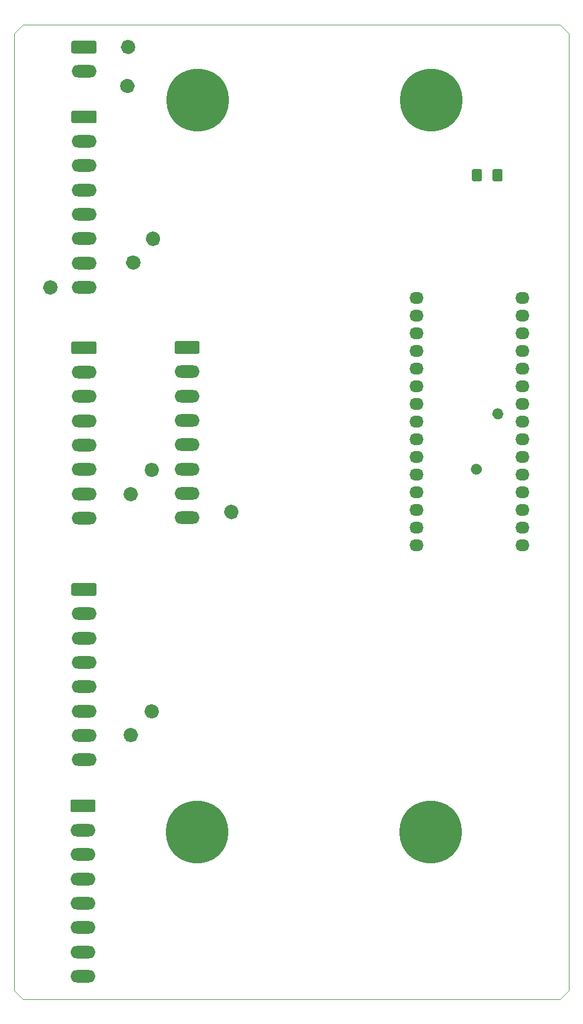
<source format=gbr>
G04 #@! TF.GenerationSoftware,KiCad,Pcbnew,(6.0.0-rc1-dev-347-gd8782b751)*
G04 #@! TF.CreationDate,2019-06-28T15:50:58+02:00*
G04 #@! TF.ProjectId,nano,6E616E6F2E6B696361645F7063620000,rev?*
G04 #@! TF.SameCoordinates,Original*
G04 #@! TF.FileFunction,Soldermask,Top*
G04 #@! TF.FilePolarity,Negative*
%FSLAX46Y46*%
G04 Gerber Fmt 4.6, Leading zero omitted, Abs format (unit mm)*
G04 Created by KiCad (PCBNEW (6.0.0-rc1-dev-347-gd8782b751)) date 06/28/19 15:50:58*
%MOMM*%
%LPD*%
G01*
G04 APERTURE LIST*
%ADD10C,1.000000*%
%ADD11C,1.100000*%
%ADD12C,0.100000*%
%ADD13O,3.600000X1.800000*%
%ADD14C,1.800000*%
%ADD15C,1.425000*%
%ADD16C,9.000000*%
%ADD17O,2.032000X1.727200*%
%ADD18C,2.000000*%
%ADD19C,1.500000*%
G04 APERTURE END LIST*
D10*
X151430000Y-87930000D02*
G75*
G03X151430000Y-87930000I-300000J0D01*
G01*
X148336000Y-95885000D02*
G75*
G03X148336000Y-95885000I-300000J0D01*
G01*
D11*
X98810000Y-134100000D02*
G75*
G03X98810000Y-134100000I-500000J0D01*
G01*
X101810000Y-130690000D02*
G75*
G03X101810000Y-130690000I-500000J0D01*
G01*
X113280000Y-102030000D02*
G75*
G03X113280000Y-102030000I-500000J0D01*
G01*
X98800000Y-99460000D02*
G75*
G03X98800000Y-99460000I-500000J0D01*
G01*
X101820000Y-95970000D02*
G75*
G03X101820000Y-95970000I-500000J0D01*
G01*
X87200000Y-69740000D02*
G75*
G03X87200000Y-69740000I-500000J0D01*
G01*
X99130000Y-66160000D02*
G75*
G03X99130000Y-66160000I-500000J0D01*
G01*
X102000000Y-62760000D02*
G75*
G03X102000000Y-62760000I-500000J0D01*
G01*
X98410000Y-35160000D02*
G75*
G03X98410000Y-35160000I-500000J0D01*
G01*
X98330000Y-40770000D02*
G75*
G03X98330000Y-40770000I-500000J0D01*
G01*
D12*
X82804000Y-172085000D02*
X81534000Y-170815000D01*
X82804000Y-32004000D02*
X81534000Y-33274000D01*
X161353500Y-170815000D02*
X160083500Y-172085000D01*
X161353500Y-33210500D02*
X160083500Y-31940500D01*
X110746885Y-148021384D02*
G75*
G03X110746885Y-148021384I-2796885J0D01*
G01*
X144208500Y-148018500D02*
G75*
G03X144208500Y-148018500I-2794000J0D01*
G01*
X110692022Y-42874021D02*
G75*
G03X110692022Y-42874021I-2805522J0D01*
G01*
X144030668Y-42875168D02*
G75*
G03X144030668Y-42875168I-2552668J0D01*
G01*
X81534000Y-170815000D02*
X81534000Y-33274000D01*
X160083500Y-172085000D02*
X82804000Y-172085000D01*
X161353500Y-33210500D02*
X161353500Y-170815000D01*
X82804000Y-32004000D02*
X160083500Y-31940500D01*
D13*
G04 #@! TO.C,SIGNAL_SOCKET1*
X91440000Y-168772000D03*
X91440000Y-165272000D03*
X91440000Y-161772000D03*
X91440000Y-158272000D03*
X91440000Y-154772000D03*
X91440000Y-151272000D03*
X91440000Y-147772000D03*
D12*
G36*
X93014504Y-143373204D02*
X93038773Y-143376804D01*
X93062571Y-143382765D01*
X93085671Y-143391030D01*
X93107849Y-143401520D01*
X93128893Y-143414133D01*
X93148598Y-143428747D01*
X93166777Y-143445223D01*
X93183253Y-143463402D01*
X93197867Y-143483107D01*
X93210480Y-143504151D01*
X93220970Y-143526329D01*
X93229235Y-143549429D01*
X93235196Y-143573227D01*
X93238796Y-143597496D01*
X93240000Y-143622000D01*
X93240000Y-144922000D01*
X93238796Y-144946504D01*
X93235196Y-144970773D01*
X93229235Y-144994571D01*
X93220970Y-145017671D01*
X93210480Y-145039849D01*
X93197867Y-145060893D01*
X93183253Y-145080598D01*
X93166777Y-145098777D01*
X93148598Y-145115253D01*
X93128893Y-145129867D01*
X93107849Y-145142480D01*
X93085671Y-145152970D01*
X93062571Y-145161235D01*
X93038773Y-145167196D01*
X93014504Y-145170796D01*
X92990000Y-145172000D01*
X89890000Y-145172000D01*
X89865496Y-145170796D01*
X89841227Y-145167196D01*
X89817429Y-145161235D01*
X89794329Y-145152970D01*
X89772151Y-145142480D01*
X89751107Y-145129867D01*
X89731402Y-145115253D01*
X89713223Y-145098777D01*
X89696747Y-145080598D01*
X89682133Y-145060893D01*
X89669520Y-145039849D01*
X89659030Y-145017671D01*
X89650765Y-144994571D01*
X89644804Y-144970773D01*
X89641204Y-144946504D01*
X89640000Y-144922000D01*
X89640000Y-143622000D01*
X89641204Y-143597496D01*
X89644804Y-143573227D01*
X89650765Y-143549429D01*
X89659030Y-143526329D01*
X89669520Y-143504151D01*
X89682133Y-143483107D01*
X89696747Y-143463402D01*
X89713223Y-143445223D01*
X89731402Y-143428747D01*
X89751107Y-143414133D01*
X89772151Y-143401520D01*
X89794329Y-143391030D01*
X89817429Y-143382765D01*
X89841227Y-143376804D01*
X89865496Y-143373204D01*
X89890000Y-143372000D01*
X92990000Y-143372000D01*
X93014504Y-143373204D01*
X93014504Y-143373204D01*
G37*
D14*
X91440000Y-144272000D03*
G04 #@! TD*
D12*
G04 #@! TO.C,D1*
G36*
X151580504Y-52720204D02*
X151604773Y-52723804D01*
X151628571Y-52729765D01*
X151651671Y-52738030D01*
X151673849Y-52748520D01*
X151694893Y-52761133D01*
X151714598Y-52775747D01*
X151732777Y-52792223D01*
X151749253Y-52810402D01*
X151763867Y-52830107D01*
X151776480Y-52851151D01*
X151786970Y-52873329D01*
X151795235Y-52896429D01*
X151801196Y-52920227D01*
X151804796Y-52944496D01*
X151806000Y-52969000D01*
X151806000Y-54219000D01*
X151804796Y-54243504D01*
X151801196Y-54267773D01*
X151795235Y-54291571D01*
X151786970Y-54314671D01*
X151776480Y-54336849D01*
X151763867Y-54357893D01*
X151749253Y-54377598D01*
X151732777Y-54395777D01*
X151714598Y-54412253D01*
X151694893Y-54426867D01*
X151673849Y-54439480D01*
X151651671Y-54449970D01*
X151628571Y-54458235D01*
X151604773Y-54464196D01*
X151580504Y-54467796D01*
X151556000Y-54469000D01*
X150631000Y-54469000D01*
X150606496Y-54467796D01*
X150582227Y-54464196D01*
X150558429Y-54458235D01*
X150535329Y-54449970D01*
X150513151Y-54439480D01*
X150492107Y-54426867D01*
X150472402Y-54412253D01*
X150454223Y-54395777D01*
X150437747Y-54377598D01*
X150423133Y-54357893D01*
X150410520Y-54336849D01*
X150400030Y-54314671D01*
X150391765Y-54291571D01*
X150385804Y-54267773D01*
X150382204Y-54243504D01*
X150381000Y-54219000D01*
X150381000Y-52969000D01*
X150382204Y-52944496D01*
X150385804Y-52920227D01*
X150391765Y-52896429D01*
X150400030Y-52873329D01*
X150410520Y-52851151D01*
X150423133Y-52830107D01*
X150437747Y-52810402D01*
X150454223Y-52792223D01*
X150472402Y-52775747D01*
X150492107Y-52761133D01*
X150513151Y-52748520D01*
X150535329Y-52738030D01*
X150558429Y-52729765D01*
X150582227Y-52723804D01*
X150606496Y-52720204D01*
X150631000Y-52719000D01*
X151556000Y-52719000D01*
X151580504Y-52720204D01*
X151580504Y-52720204D01*
G37*
D15*
X151093500Y-53594000D03*
D12*
G36*
X148605504Y-52720204D02*
X148629773Y-52723804D01*
X148653571Y-52729765D01*
X148676671Y-52738030D01*
X148698849Y-52748520D01*
X148719893Y-52761133D01*
X148739598Y-52775747D01*
X148757777Y-52792223D01*
X148774253Y-52810402D01*
X148788867Y-52830107D01*
X148801480Y-52851151D01*
X148811970Y-52873329D01*
X148820235Y-52896429D01*
X148826196Y-52920227D01*
X148829796Y-52944496D01*
X148831000Y-52969000D01*
X148831000Y-54219000D01*
X148829796Y-54243504D01*
X148826196Y-54267773D01*
X148820235Y-54291571D01*
X148811970Y-54314671D01*
X148801480Y-54336849D01*
X148788867Y-54357893D01*
X148774253Y-54377598D01*
X148757777Y-54395777D01*
X148739598Y-54412253D01*
X148719893Y-54426867D01*
X148698849Y-54439480D01*
X148676671Y-54449970D01*
X148653571Y-54458235D01*
X148629773Y-54464196D01*
X148605504Y-54467796D01*
X148581000Y-54469000D01*
X147656000Y-54469000D01*
X147631496Y-54467796D01*
X147607227Y-54464196D01*
X147583429Y-54458235D01*
X147560329Y-54449970D01*
X147538151Y-54439480D01*
X147517107Y-54426867D01*
X147497402Y-54412253D01*
X147479223Y-54395777D01*
X147462747Y-54377598D01*
X147448133Y-54357893D01*
X147435520Y-54336849D01*
X147425030Y-54314671D01*
X147416765Y-54291571D01*
X147410804Y-54267773D01*
X147407204Y-54243504D01*
X147406000Y-54219000D01*
X147406000Y-52969000D01*
X147407204Y-52944496D01*
X147410804Y-52920227D01*
X147416765Y-52896429D01*
X147425030Y-52873329D01*
X147435520Y-52851151D01*
X147448133Y-52830107D01*
X147462747Y-52810402D01*
X147479223Y-52792223D01*
X147497402Y-52775747D01*
X147517107Y-52761133D01*
X147538151Y-52748520D01*
X147560329Y-52738030D01*
X147583429Y-52729765D01*
X147607227Y-52723804D01*
X147631496Y-52720204D01*
X147656000Y-52719000D01*
X148581000Y-52719000D01*
X148605504Y-52720204D01*
X148605504Y-52720204D01*
G37*
D15*
X148118500Y-53594000D03*
G04 #@! TD*
D13*
G04 #@! TO.C,Z_PLUG_SOCKET1*
X91567000Y-137657000D03*
X91567000Y-134157000D03*
X91567000Y-130657000D03*
X91567000Y-127157000D03*
X91567000Y-123657000D03*
X91567000Y-120157000D03*
X91567000Y-116657000D03*
D12*
G36*
X93141504Y-112258204D02*
X93165773Y-112261804D01*
X93189571Y-112267765D01*
X93212671Y-112276030D01*
X93234849Y-112286520D01*
X93255893Y-112299133D01*
X93275598Y-112313747D01*
X93293777Y-112330223D01*
X93310253Y-112348402D01*
X93324867Y-112368107D01*
X93337480Y-112389151D01*
X93347970Y-112411329D01*
X93356235Y-112434429D01*
X93362196Y-112458227D01*
X93365796Y-112482496D01*
X93367000Y-112507000D01*
X93367000Y-113807000D01*
X93365796Y-113831504D01*
X93362196Y-113855773D01*
X93356235Y-113879571D01*
X93347970Y-113902671D01*
X93337480Y-113924849D01*
X93324867Y-113945893D01*
X93310253Y-113965598D01*
X93293777Y-113983777D01*
X93275598Y-114000253D01*
X93255893Y-114014867D01*
X93234849Y-114027480D01*
X93212671Y-114037970D01*
X93189571Y-114046235D01*
X93165773Y-114052196D01*
X93141504Y-114055796D01*
X93117000Y-114057000D01*
X90017000Y-114057000D01*
X89992496Y-114055796D01*
X89968227Y-114052196D01*
X89944429Y-114046235D01*
X89921329Y-114037970D01*
X89899151Y-114027480D01*
X89878107Y-114014867D01*
X89858402Y-114000253D01*
X89840223Y-113983777D01*
X89823747Y-113965598D01*
X89809133Y-113945893D01*
X89796520Y-113924849D01*
X89786030Y-113902671D01*
X89777765Y-113879571D01*
X89771804Y-113855773D01*
X89768204Y-113831504D01*
X89767000Y-113807000D01*
X89767000Y-112507000D01*
X89768204Y-112482496D01*
X89771804Y-112458227D01*
X89777765Y-112434429D01*
X89786030Y-112411329D01*
X89796520Y-112389151D01*
X89809133Y-112368107D01*
X89823747Y-112348402D01*
X89840223Y-112330223D01*
X89858402Y-112313747D01*
X89878107Y-112299133D01*
X89899151Y-112286520D01*
X89921329Y-112276030D01*
X89944429Y-112267765D01*
X89968227Y-112261804D01*
X89992496Y-112258204D01*
X90017000Y-112257000D01*
X93117000Y-112257000D01*
X93141504Y-112258204D01*
X93141504Y-112258204D01*
G37*
D14*
X91567000Y-113157000D03*
G04 #@! TD*
D13*
G04 #@! TO.C,PWR_IN1*
X91567000Y-38679000D03*
D12*
G36*
X93141504Y-34280204D02*
X93165773Y-34283804D01*
X93189571Y-34289765D01*
X93212671Y-34298030D01*
X93234849Y-34308520D01*
X93255893Y-34321133D01*
X93275598Y-34335747D01*
X93293777Y-34352223D01*
X93310253Y-34370402D01*
X93324867Y-34390107D01*
X93337480Y-34411151D01*
X93347970Y-34433329D01*
X93356235Y-34456429D01*
X93362196Y-34480227D01*
X93365796Y-34504496D01*
X93367000Y-34529000D01*
X93367000Y-35829000D01*
X93365796Y-35853504D01*
X93362196Y-35877773D01*
X93356235Y-35901571D01*
X93347970Y-35924671D01*
X93337480Y-35946849D01*
X93324867Y-35967893D01*
X93310253Y-35987598D01*
X93293777Y-36005777D01*
X93275598Y-36022253D01*
X93255893Y-36036867D01*
X93234849Y-36049480D01*
X93212671Y-36059970D01*
X93189571Y-36068235D01*
X93165773Y-36074196D01*
X93141504Y-36077796D01*
X93117000Y-36079000D01*
X90017000Y-36079000D01*
X89992496Y-36077796D01*
X89968227Y-36074196D01*
X89944429Y-36068235D01*
X89921329Y-36059970D01*
X89899151Y-36049480D01*
X89878107Y-36036867D01*
X89858402Y-36022253D01*
X89840223Y-36005777D01*
X89823747Y-35987598D01*
X89809133Y-35967893D01*
X89796520Y-35946849D01*
X89786030Y-35924671D01*
X89777765Y-35901571D01*
X89771804Y-35877773D01*
X89768204Y-35853504D01*
X89767000Y-35829000D01*
X89767000Y-34529000D01*
X89768204Y-34504496D01*
X89771804Y-34480227D01*
X89777765Y-34456429D01*
X89786030Y-34433329D01*
X89796520Y-34411151D01*
X89809133Y-34390107D01*
X89823747Y-34370402D01*
X89840223Y-34352223D01*
X89858402Y-34335747D01*
X89878107Y-34321133D01*
X89899151Y-34308520D01*
X89921329Y-34298030D01*
X89944429Y-34289765D01*
X89968227Y-34283804D01*
X89992496Y-34280204D01*
X90017000Y-34279000D01*
X93117000Y-34279000D01*
X93141504Y-34280204D01*
X93141504Y-34280204D01*
G37*
D14*
X91567000Y-35179000D03*
G04 #@! TD*
D13*
G04 #@! TO.C,Y2_PLUG_SOCKET1*
X106426000Y-102859000D03*
X106426000Y-99359000D03*
X106426000Y-95859000D03*
X106426000Y-92359000D03*
X106426000Y-88859000D03*
X106426000Y-85359000D03*
X106426000Y-81859000D03*
D12*
G36*
X108000504Y-77460204D02*
X108024773Y-77463804D01*
X108048571Y-77469765D01*
X108071671Y-77478030D01*
X108093849Y-77488520D01*
X108114893Y-77501133D01*
X108134598Y-77515747D01*
X108152777Y-77532223D01*
X108169253Y-77550402D01*
X108183867Y-77570107D01*
X108196480Y-77591151D01*
X108206970Y-77613329D01*
X108215235Y-77636429D01*
X108221196Y-77660227D01*
X108224796Y-77684496D01*
X108226000Y-77709000D01*
X108226000Y-79009000D01*
X108224796Y-79033504D01*
X108221196Y-79057773D01*
X108215235Y-79081571D01*
X108206970Y-79104671D01*
X108196480Y-79126849D01*
X108183867Y-79147893D01*
X108169253Y-79167598D01*
X108152777Y-79185777D01*
X108134598Y-79202253D01*
X108114893Y-79216867D01*
X108093849Y-79229480D01*
X108071671Y-79239970D01*
X108048571Y-79248235D01*
X108024773Y-79254196D01*
X108000504Y-79257796D01*
X107976000Y-79259000D01*
X104876000Y-79259000D01*
X104851496Y-79257796D01*
X104827227Y-79254196D01*
X104803429Y-79248235D01*
X104780329Y-79239970D01*
X104758151Y-79229480D01*
X104737107Y-79216867D01*
X104717402Y-79202253D01*
X104699223Y-79185777D01*
X104682747Y-79167598D01*
X104668133Y-79147893D01*
X104655520Y-79126849D01*
X104645030Y-79104671D01*
X104636765Y-79081571D01*
X104630804Y-79057773D01*
X104627204Y-79033504D01*
X104626000Y-79009000D01*
X104626000Y-77709000D01*
X104627204Y-77684496D01*
X104630804Y-77660227D01*
X104636765Y-77636429D01*
X104645030Y-77613329D01*
X104655520Y-77591151D01*
X104668133Y-77570107D01*
X104682747Y-77550402D01*
X104699223Y-77532223D01*
X104717402Y-77515747D01*
X104737107Y-77501133D01*
X104758151Y-77488520D01*
X104780329Y-77478030D01*
X104803429Y-77469765D01*
X104827227Y-77463804D01*
X104851496Y-77460204D01*
X104876000Y-77459000D01*
X107976000Y-77459000D01*
X108000504Y-77460204D01*
X108000504Y-77460204D01*
G37*
D14*
X106426000Y-78359000D03*
G04 #@! TD*
D13*
G04 #@! TO.C,Y1_PLUG_SOCKET1*
X91567000Y-102910278D03*
X91567000Y-99410278D03*
X91567000Y-95910278D03*
X91567000Y-92410278D03*
X91567000Y-88910278D03*
X91567000Y-85410278D03*
X91567000Y-81910278D03*
D12*
G36*
X93141504Y-77511482D02*
X93165773Y-77515082D01*
X93189571Y-77521043D01*
X93212671Y-77529308D01*
X93234849Y-77539798D01*
X93255893Y-77552411D01*
X93275598Y-77567025D01*
X93293777Y-77583501D01*
X93310253Y-77601680D01*
X93324867Y-77621385D01*
X93337480Y-77642429D01*
X93347970Y-77664607D01*
X93356235Y-77687707D01*
X93362196Y-77711505D01*
X93365796Y-77735774D01*
X93367000Y-77760278D01*
X93367000Y-79060278D01*
X93365796Y-79084782D01*
X93362196Y-79109051D01*
X93356235Y-79132849D01*
X93347970Y-79155949D01*
X93337480Y-79178127D01*
X93324867Y-79199171D01*
X93310253Y-79218876D01*
X93293777Y-79237055D01*
X93275598Y-79253531D01*
X93255893Y-79268145D01*
X93234849Y-79280758D01*
X93212671Y-79291248D01*
X93189571Y-79299513D01*
X93165773Y-79305474D01*
X93141504Y-79309074D01*
X93117000Y-79310278D01*
X90017000Y-79310278D01*
X89992496Y-79309074D01*
X89968227Y-79305474D01*
X89944429Y-79299513D01*
X89921329Y-79291248D01*
X89899151Y-79280758D01*
X89878107Y-79268145D01*
X89858402Y-79253531D01*
X89840223Y-79237055D01*
X89823747Y-79218876D01*
X89809133Y-79199171D01*
X89796520Y-79178127D01*
X89786030Y-79155949D01*
X89777765Y-79132849D01*
X89771804Y-79109051D01*
X89768204Y-79084782D01*
X89767000Y-79060278D01*
X89767000Y-77760278D01*
X89768204Y-77735774D01*
X89771804Y-77711505D01*
X89777765Y-77687707D01*
X89786030Y-77664607D01*
X89796520Y-77642429D01*
X89809133Y-77621385D01*
X89823747Y-77601680D01*
X89840223Y-77583501D01*
X89858402Y-77567025D01*
X89878107Y-77552411D01*
X89899151Y-77539798D01*
X89921329Y-77529308D01*
X89944429Y-77521043D01*
X89968227Y-77515082D01*
X89992496Y-77511482D01*
X90017000Y-77510278D01*
X93117000Y-77510278D01*
X93141504Y-77511482D01*
X93141504Y-77511482D01*
G37*
D14*
X91567000Y-78410278D03*
G04 #@! TD*
D13*
G04 #@! TO.C,X_PLUG_SOCKET1*
X91567000Y-69712000D03*
X91567000Y-66212000D03*
X91567000Y-62712000D03*
X91567000Y-59212000D03*
X91567000Y-55712000D03*
X91567000Y-52212000D03*
X91567000Y-48712000D03*
D12*
G36*
X93141504Y-44313204D02*
X93165773Y-44316804D01*
X93189571Y-44322765D01*
X93212671Y-44331030D01*
X93234849Y-44341520D01*
X93255893Y-44354133D01*
X93275598Y-44368747D01*
X93293777Y-44385223D01*
X93310253Y-44403402D01*
X93324867Y-44423107D01*
X93337480Y-44444151D01*
X93347970Y-44466329D01*
X93356235Y-44489429D01*
X93362196Y-44513227D01*
X93365796Y-44537496D01*
X93367000Y-44562000D01*
X93367000Y-45862000D01*
X93365796Y-45886504D01*
X93362196Y-45910773D01*
X93356235Y-45934571D01*
X93347970Y-45957671D01*
X93337480Y-45979849D01*
X93324867Y-46000893D01*
X93310253Y-46020598D01*
X93293777Y-46038777D01*
X93275598Y-46055253D01*
X93255893Y-46069867D01*
X93234849Y-46082480D01*
X93212671Y-46092970D01*
X93189571Y-46101235D01*
X93165773Y-46107196D01*
X93141504Y-46110796D01*
X93117000Y-46112000D01*
X90017000Y-46112000D01*
X89992496Y-46110796D01*
X89968227Y-46107196D01*
X89944429Y-46101235D01*
X89921329Y-46092970D01*
X89899151Y-46082480D01*
X89878107Y-46069867D01*
X89858402Y-46055253D01*
X89840223Y-46038777D01*
X89823747Y-46020598D01*
X89809133Y-46000893D01*
X89796520Y-45979849D01*
X89786030Y-45957671D01*
X89777765Y-45934571D01*
X89771804Y-45910773D01*
X89768204Y-45886504D01*
X89767000Y-45862000D01*
X89767000Y-44562000D01*
X89768204Y-44537496D01*
X89771804Y-44513227D01*
X89777765Y-44489429D01*
X89786030Y-44466329D01*
X89796520Y-44444151D01*
X89809133Y-44423107D01*
X89823747Y-44403402D01*
X89840223Y-44385223D01*
X89858402Y-44368747D01*
X89878107Y-44354133D01*
X89899151Y-44341520D01*
X89921329Y-44331030D01*
X89944429Y-44322765D01*
X89968227Y-44316804D01*
X89992496Y-44313204D01*
X90017000Y-44312000D01*
X93117000Y-44312000D01*
X93141504Y-44313204D01*
X93141504Y-44313204D01*
G37*
D14*
X91567000Y-45212000D03*
G04 #@! TD*
D16*
G04 #@! TO.C,MH4*
X107886500Y-148082000D03*
G04 #@! TD*
G04 #@! TO.C,MH3*
X141478000Y-148018500D03*
G04 #@! TD*
G04 #@! TO.C,MH2*
X107950000Y-42799000D03*
G04 #@! TD*
G04 #@! TO.C,MH1*
X141541500Y-42799000D03*
G04 #@! TD*
D17*
G04 #@! TO.C,P1*
X139446000Y-71247000D03*
X139446000Y-73787000D03*
X139446000Y-76327000D03*
X139446000Y-78867000D03*
X139446000Y-81407000D03*
X139446000Y-83947000D03*
X139446000Y-86487000D03*
X139446000Y-89027000D03*
X139446000Y-91567000D03*
X139446000Y-94107000D03*
X139446000Y-96647000D03*
X139446000Y-99187000D03*
X139446000Y-101727000D03*
X139446000Y-104267000D03*
X139446000Y-106807000D03*
G04 #@! TD*
G04 #@! TO.C,P2*
X154686000Y-71247000D03*
X154686000Y-73787000D03*
X154686000Y-76327000D03*
X154686000Y-78867000D03*
X154686000Y-81407000D03*
X154686000Y-83947000D03*
X154686000Y-86487000D03*
X154686000Y-89027000D03*
X154686000Y-91567000D03*
X154686000Y-94107000D03*
X154686000Y-96647000D03*
X154686000Y-99187000D03*
X154686000Y-101727000D03*
X154686000Y-104267000D03*
X154686000Y-106807000D03*
G04 #@! TD*
D18*
X98679000Y-66167000D03*
X98298000Y-99441000D03*
X98298000Y-134112000D03*
X97790000Y-40767000D03*
X101346000Y-96012000D03*
X97917000Y-35179000D03*
X101473000Y-62738000D03*
X101346000Y-130683000D03*
D19*
X148082000Y-95885000D03*
D18*
X112776000Y-101981000D03*
X86741000Y-69723000D03*
D19*
X151130000Y-87884000D03*
M02*

</source>
